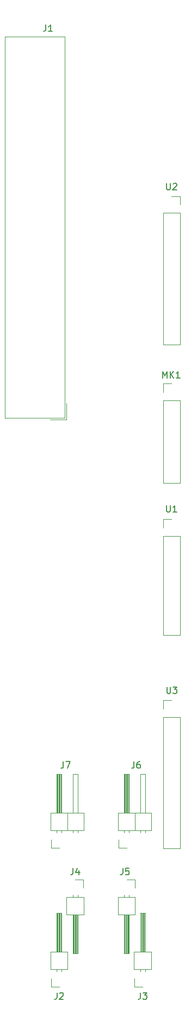
<source format=gbr>
G04 #@! TF.GenerationSoftware,KiCad,Pcbnew,5.0.1-33cea8e~68~ubuntu18.04.1*
G04 #@! TF.CreationDate,2018-11-05T13:53:30-05:00*
G04 #@! TF.ProjectId,core-1,636F72652D312E6B696361645F706362,rev?*
G04 #@! TF.SameCoordinates,Original*
G04 #@! TF.FileFunction,Legend,Top*
G04 #@! TF.FilePolarity,Positive*
%FSLAX46Y46*%
G04 Gerber Fmt 4.6, Leading zero omitted, Abs format (unit mm)*
G04 Created by KiCad (PCBNEW 5.0.1-33cea8e~68~ubuntu18.04.1) date Mon 05 Nov 2018 01:53:30 PM EST*
%MOMM*%
%LPD*%
G01*
G04 APERTURE LIST*
%ADD10C,0.120000*%
%ADD11C,0.150000*%
G04 APERTURE END LIST*
D10*
G04 #@! TO.C,J1*
X130055000Y-91975000D02*
X130055000Y-33015000D01*
X130055000Y-33015000D02*
X139405000Y-33015000D01*
X139405000Y-33015000D02*
X139405000Y-91975000D01*
X139405000Y-91975000D02*
X130055000Y-91975000D01*
X139655000Y-92225000D02*
X139655000Y-89685000D01*
X139655000Y-92225000D02*
X137115000Y-92225000D01*
G04 #@! TO.C,MK1*
X154670000Y-102030000D02*
X157330000Y-102030000D01*
X154670000Y-89270000D02*
X154670000Y-102030000D01*
X157330000Y-89270000D02*
X157330000Y-102030000D01*
X154670000Y-89270000D02*
X157330000Y-89270000D01*
X154670000Y-88000000D02*
X154670000Y-86670000D01*
X154670000Y-86670000D02*
X156000000Y-86670000D01*
G04 #@! TO.C,U1*
X154670000Y-125570000D02*
X157330000Y-125570000D01*
X154670000Y-110270000D02*
X154670000Y-125570000D01*
X157330000Y-110270000D02*
X157330000Y-125570000D01*
X154670000Y-110270000D02*
X157330000Y-110270000D01*
X154670000Y-109000000D02*
X154670000Y-107670000D01*
X154670000Y-107670000D02*
X156000000Y-107670000D01*
G04 #@! TO.C,U2*
X154670000Y-60270000D02*
X157330000Y-60270000D01*
X154670000Y-60270000D02*
X154670000Y-80650000D01*
X154670000Y-80650000D02*
X157330000Y-80650000D01*
X157330000Y-60270000D02*
X157330000Y-80650000D01*
X157330000Y-57670000D02*
X157330000Y-59000000D01*
X156000000Y-57670000D02*
X157330000Y-57670000D01*
G04 #@! TO.C,U3*
X154670000Y-158650000D02*
X157330000Y-158650000D01*
X154670000Y-138270000D02*
X154670000Y-158650000D01*
X157330000Y-138270000D02*
X157330000Y-158650000D01*
X154670000Y-138270000D02*
X157330000Y-138270000D01*
X154670000Y-137000000D02*
X154670000Y-135670000D01*
X154670000Y-135670000D02*
X156000000Y-135670000D01*
G04 #@! TO.C,J2*
X137170000Y-177310000D02*
X139830000Y-177310000D01*
X139830000Y-177310000D02*
X139830000Y-174650000D01*
X139830000Y-174650000D02*
X137170000Y-174650000D01*
X137170000Y-174650000D02*
X137170000Y-177310000D01*
X138120000Y-174650000D02*
X138120000Y-168650000D01*
X138120000Y-168650000D02*
X138880000Y-168650000D01*
X138880000Y-168650000D02*
X138880000Y-174650000D01*
X138180000Y-174650000D02*
X138180000Y-168650000D01*
X138300000Y-174650000D02*
X138300000Y-168650000D01*
X138420000Y-174650000D02*
X138420000Y-168650000D01*
X138540000Y-174650000D02*
X138540000Y-168650000D01*
X138660000Y-174650000D02*
X138660000Y-168650000D01*
X138780000Y-174650000D02*
X138780000Y-168650000D01*
X138120000Y-177640000D02*
X138120000Y-177310000D01*
X138880000Y-177640000D02*
X138880000Y-177310000D01*
X138500000Y-180020000D02*
X137230000Y-180020000D01*
X137230000Y-180020000D02*
X137230000Y-178750000D01*
G04 #@! TO.C,J3*
X150230000Y-180020000D02*
X150230000Y-178750000D01*
X151500000Y-180020000D02*
X150230000Y-180020000D01*
X151880000Y-177640000D02*
X151880000Y-177310000D01*
X151120000Y-177640000D02*
X151120000Y-177310000D01*
X151780000Y-174650000D02*
X151780000Y-168650000D01*
X151660000Y-174650000D02*
X151660000Y-168650000D01*
X151540000Y-174650000D02*
X151540000Y-168650000D01*
X151420000Y-174650000D02*
X151420000Y-168650000D01*
X151300000Y-174650000D02*
X151300000Y-168650000D01*
X151180000Y-174650000D02*
X151180000Y-168650000D01*
X151880000Y-168650000D02*
X151880000Y-174650000D01*
X151120000Y-168650000D02*
X151880000Y-168650000D01*
X151120000Y-174650000D02*
X151120000Y-168650000D01*
X150170000Y-174650000D02*
X150170000Y-177310000D01*
X152830000Y-174650000D02*
X150170000Y-174650000D01*
X152830000Y-177310000D02*
X152830000Y-174650000D01*
X150170000Y-177310000D02*
X152830000Y-177310000D01*
G04 #@! TO.C,J4*
X142270000Y-163480000D02*
X142270000Y-164750000D01*
X141000000Y-163480000D02*
X142270000Y-163480000D01*
X140620000Y-165860000D02*
X140620000Y-166190000D01*
X141380000Y-165860000D02*
X141380000Y-166190000D01*
X140720000Y-168850000D02*
X140720000Y-174850000D01*
X140840000Y-168850000D02*
X140840000Y-174850000D01*
X140960000Y-168850000D02*
X140960000Y-174850000D01*
X141080000Y-168850000D02*
X141080000Y-174850000D01*
X141200000Y-168850000D02*
X141200000Y-174850000D01*
X141320000Y-168850000D02*
X141320000Y-174850000D01*
X140620000Y-174850000D02*
X140620000Y-168850000D01*
X141380000Y-174850000D02*
X140620000Y-174850000D01*
X141380000Y-168850000D02*
X141380000Y-174850000D01*
X142330000Y-168850000D02*
X142330000Y-166190000D01*
X139670000Y-168850000D02*
X142330000Y-168850000D01*
X139670000Y-166190000D02*
X139670000Y-168850000D01*
X142330000Y-166190000D02*
X139670000Y-166190000D01*
G04 #@! TO.C,J5*
X150330000Y-166190000D02*
X147670000Y-166190000D01*
X147670000Y-166190000D02*
X147670000Y-168850000D01*
X147670000Y-168850000D02*
X150330000Y-168850000D01*
X150330000Y-168850000D02*
X150330000Y-166190000D01*
X149380000Y-168850000D02*
X149380000Y-174850000D01*
X149380000Y-174850000D02*
X148620000Y-174850000D01*
X148620000Y-174850000D02*
X148620000Y-168850000D01*
X149320000Y-168850000D02*
X149320000Y-174850000D01*
X149200000Y-168850000D02*
X149200000Y-174850000D01*
X149080000Y-168850000D02*
X149080000Y-174850000D01*
X148960000Y-168850000D02*
X148960000Y-174850000D01*
X148840000Y-168850000D02*
X148840000Y-174850000D01*
X148720000Y-168850000D02*
X148720000Y-174850000D01*
X149380000Y-165860000D02*
X149380000Y-166190000D01*
X148620000Y-165860000D02*
X148620000Y-166190000D01*
X149000000Y-163480000D02*
X150270000Y-163480000D01*
X150270000Y-163480000D02*
X150270000Y-164750000D01*
G04 #@! TO.C,J6*
X147670000Y-155810000D02*
X152870000Y-155810000D01*
X152870000Y-155810000D02*
X152870000Y-153150000D01*
X152870000Y-153150000D02*
X147670000Y-153150000D01*
X147670000Y-153150000D02*
X147670000Y-155810000D01*
X148620000Y-153150000D02*
X148620000Y-147150000D01*
X148620000Y-147150000D02*
X149380000Y-147150000D01*
X149380000Y-147150000D02*
X149380000Y-153150000D01*
X148680000Y-153150000D02*
X148680000Y-147150000D01*
X148800000Y-153150000D02*
X148800000Y-147150000D01*
X148920000Y-153150000D02*
X148920000Y-147150000D01*
X149040000Y-153150000D02*
X149040000Y-147150000D01*
X149160000Y-153150000D02*
X149160000Y-147150000D01*
X149280000Y-153150000D02*
X149280000Y-147150000D01*
X148620000Y-156140000D02*
X148620000Y-155810000D01*
X149380000Y-156140000D02*
X149380000Y-155810000D01*
X150270000Y-155810000D02*
X150270000Y-153150000D01*
X151160000Y-153150000D02*
X151160000Y-147150000D01*
X151160000Y-147150000D02*
X151920000Y-147150000D01*
X151920000Y-147150000D02*
X151920000Y-153150000D01*
X151160000Y-156207071D02*
X151160000Y-155810000D01*
X151920000Y-156207071D02*
X151920000Y-155810000D01*
X149000000Y-158520000D02*
X147730000Y-158520000D01*
X147730000Y-158520000D02*
X147730000Y-157250000D01*
G04 #@! TO.C,J7*
X137230000Y-158520000D02*
X137230000Y-157250000D01*
X138500000Y-158520000D02*
X137230000Y-158520000D01*
X141420000Y-156207071D02*
X141420000Y-155810000D01*
X140660000Y-156207071D02*
X140660000Y-155810000D01*
X141420000Y-147150000D02*
X141420000Y-153150000D01*
X140660000Y-147150000D02*
X141420000Y-147150000D01*
X140660000Y-153150000D02*
X140660000Y-147150000D01*
X139770000Y-155810000D02*
X139770000Y-153150000D01*
X138880000Y-156140000D02*
X138880000Y-155810000D01*
X138120000Y-156140000D02*
X138120000Y-155810000D01*
X138780000Y-153150000D02*
X138780000Y-147150000D01*
X138660000Y-153150000D02*
X138660000Y-147150000D01*
X138540000Y-153150000D02*
X138540000Y-147150000D01*
X138420000Y-153150000D02*
X138420000Y-147150000D01*
X138300000Y-153150000D02*
X138300000Y-147150000D01*
X138180000Y-153150000D02*
X138180000Y-147150000D01*
X138880000Y-147150000D02*
X138880000Y-153150000D01*
X138120000Y-147150000D02*
X138880000Y-147150000D01*
X138120000Y-153150000D02*
X138120000Y-147150000D01*
X137170000Y-153150000D02*
X137170000Y-155810000D01*
X142370000Y-153150000D02*
X137170000Y-153150000D01*
X142370000Y-155810000D02*
X142370000Y-153150000D01*
X137170000Y-155810000D02*
X142370000Y-155810000D01*
G04 #@! TO.C,J1*
D11*
X136441666Y-31127380D02*
X136441666Y-31841666D01*
X136394047Y-31984523D01*
X136298809Y-32079761D01*
X136155952Y-32127380D01*
X136060714Y-32127380D01*
X137441666Y-32127380D02*
X136870238Y-32127380D01*
X137155952Y-32127380D02*
X137155952Y-31127380D01*
X137060714Y-31270238D01*
X136965476Y-31365476D01*
X136870238Y-31413095D01*
G04 #@! TO.C,MK1*
X154640476Y-85792380D02*
X154640476Y-84792380D01*
X154973809Y-85506666D01*
X155307142Y-84792380D01*
X155307142Y-85792380D01*
X155783333Y-85792380D02*
X155783333Y-84792380D01*
X156354761Y-85792380D02*
X155926190Y-85220952D01*
X156354761Y-84792380D02*
X155783333Y-85363809D01*
X157307142Y-85792380D02*
X156735714Y-85792380D01*
X157021428Y-85792380D02*
X157021428Y-84792380D01*
X156926190Y-84935238D01*
X156830952Y-85030476D01*
X156735714Y-85078095D01*
G04 #@! TO.C,U1*
X155218095Y-105542380D02*
X155218095Y-106351904D01*
X155265714Y-106447142D01*
X155313333Y-106494761D01*
X155408571Y-106542380D01*
X155599047Y-106542380D01*
X155694285Y-106494761D01*
X155741904Y-106447142D01*
X155789523Y-106351904D01*
X155789523Y-105542380D01*
X156789523Y-106542380D02*
X156218095Y-106542380D01*
X156503809Y-106542380D02*
X156503809Y-105542380D01*
X156408571Y-105685238D01*
X156313333Y-105780476D01*
X156218095Y-105828095D01*
G04 #@! TO.C,U2*
X155238095Y-55682380D02*
X155238095Y-56491904D01*
X155285714Y-56587142D01*
X155333333Y-56634761D01*
X155428571Y-56682380D01*
X155619047Y-56682380D01*
X155714285Y-56634761D01*
X155761904Y-56587142D01*
X155809523Y-56491904D01*
X155809523Y-55682380D01*
X156238095Y-55777619D02*
X156285714Y-55730000D01*
X156380952Y-55682380D01*
X156619047Y-55682380D01*
X156714285Y-55730000D01*
X156761904Y-55777619D01*
X156809523Y-55872857D01*
X156809523Y-55968095D01*
X156761904Y-56110952D01*
X156190476Y-56682380D01*
X156809523Y-56682380D01*
G04 #@! TO.C,U3*
X155268095Y-133622380D02*
X155268095Y-134431904D01*
X155315714Y-134527142D01*
X155363333Y-134574761D01*
X155458571Y-134622380D01*
X155649047Y-134622380D01*
X155744285Y-134574761D01*
X155791904Y-134527142D01*
X155839523Y-134431904D01*
X155839523Y-133622380D01*
X156220476Y-133622380D02*
X156839523Y-133622380D01*
X156506190Y-134003333D01*
X156649047Y-134003333D01*
X156744285Y-134050952D01*
X156791904Y-134098571D01*
X156839523Y-134193809D01*
X156839523Y-134431904D01*
X156791904Y-134527142D01*
X156744285Y-134574761D01*
X156649047Y-134622380D01*
X156363333Y-134622380D01*
X156268095Y-134574761D01*
X156220476Y-134527142D01*
G04 #@! TO.C,J2*
X138166666Y-180952380D02*
X138166666Y-181666666D01*
X138119047Y-181809523D01*
X138023809Y-181904761D01*
X137880952Y-181952380D01*
X137785714Y-181952380D01*
X138595238Y-181047619D02*
X138642857Y-181000000D01*
X138738095Y-180952380D01*
X138976190Y-180952380D01*
X139071428Y-181000000D01*
X139119047Y-181047619D01*
X139166666Y-181142857D01*
X139166666Y-181238095D01*
X139119047Y-181380952D01*
X138547619Y-181952380D01*
X139166666Y-181952380D01*
G04 #@! TO.C,J3*
X151166666Y-180952380D02*
X151166666Y-181666666D01*
X151119047Y-181809523D01*
X151023809Y-181904761D01*
X150880952Y-181952380D01*
X150785714Y-181952380D01*
X151547619Y-180952380D02*
X152166666Y-180952380D01*
X151833333Y-181333333D01*
X151976190Y-181333333D01*
X152071428Y-181380952D01*
X152119047Y-181428571D01*
X152166666Y-181523809D01*
X152166666Y-181761904D01*
X152119047Y-181857142D01*
X152071428Y-181904761D01*
X151976190Y-181952380D01*
X151690476Y-181952380D01*
X151595238Y-181904761D01*
X151547619Y-181857142D01*
G04 #@! TO.C,J4*
X140666666Y-161702380D02*
X140666666Y-162416666D01*
X140619047Y-162559523D01*
X140523809Y-162654761D01*
X140380952Y-162702380D01*
X140285714Y-162702380D01*
X141571428Y-162035714D02*
X141571428Y-162702380D01*
X141333333Y-161654761D02*
X141095238Y-162369047D01*
X141714285Y-162369047D01*
G04 #@! TO.C,J5*
X148416666Y-161702380D02*
X148416666Y-162416666D01*
X148369047Y-162559523D01*
X148273809Y-162654761D01*
X148130952Y-162702380D01*
X148035714Y-162702380D01*
X149369047Y-161702380D02*
X148892857Y-161702380D01*
X148845238Y-162178571D01*
X148892857Y-162130952D01*
X148988095Y-162083333D01*
X149226190Y-162083333D01*
X149321428Y-162130952D01*
X149369047Y-162178571D01*
X149416666Y-162273809D01*
X149416666Y-162511904D01*
X149369047Y-162607142D01*
X149321428Y-162654761D01*
X149226190Y-162702380D01*
X148988095Y-162702380D01*
X148892857Y-162654761D01*
X148845238Y-162607142D01*
G04 #@! TO.C,J6*
X150166666Y-145202380D02*
X150166666Y-145916666D01*
X150119047Y-146059523D01*
X150023809Y-146154761D01*
X149880952Y-146202380D01*
X149785714Y-146202380D01*
X151071428Y-145202380D02*
X150880952Y-145202380D01*
X150785714Y-145250000D01*
X150738095Y-145297619D01*
X150642857Y-145440476D01*
X150595238Y-145630952D01*
X150595238Y-146011904D01*
X150642857Y-146107142D01*
X150690476Y-146154761D01*
X150785714Y-146202380D01*
X150976190Y-146202380D01*
X151071428Y-146154761D01*
X151119047Y-146107142D01*
X151166666Y-146011904D01*
X151166666Y-145773809D01*
X151119047Y-145678571D01*
X151071428Y-145630952D01*
X150976190Y-145583333D01*
X150785714Y-145583333D01*
X150690476Y-145630952D01*
X150642857Y-145678571D01*
X150595238Y-145773809D01*
G04 #@! TO.C,J7*
X139166666Y-145202380D02*
X139166666Y-145916666D01*
X139119047Y-146059523D01*
X139023809Y-146154761D01*
X138880952Y-146202380D01*
X138785714Y-146202380D01*
X139547619Y-145202380D02*
X140214285Y-145202380D01*
X139785714Y-146202380D01*
G04 #@! TD*
M02*

</source>
